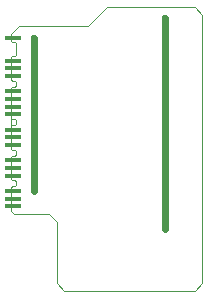
<source format=gbl>
G04 EAGLE Gerber X2 export*
G75*
%MOMM*%
%FSLAX34Y34*%
%LPD*%
%AMOC8*
5,1,8,0,0,1.08239X$1,22.5*%
G01*
%ADD10C,0.000000*%
%ADD11R,1.350000X0.450000*%
%ADD12C,0.400000*%
%ADD13C,0.550000*%
%ADD14C,0.450000*%
%ADD15C,0.609600*%


D10*
X0Y-36000D02*
X3000Y-39000D01*
X32500Y-39000D01*
X39000Y-45500D01*
X39000Y-97500D01*
X45500Y-104000D01*
X156000Y-104000D01*
X162500Y-97500D01*
X162500Y130000D01*
X156000Y136500D01*
X81500Y136500D01*
X65500Y120500D01*
X7000Y120500D01*
X0Y113500D01*
X0Y107500D01*
X0Y94000D02*
X0Y75000D01*
X1000Y74000D01*
X4000Y74000D01*
X5000Y73000D01*
X5000Y70000D02*
X4000Y69000D01*
X1000Y69000D01*
X0Y68000D01*
X5000Y70000D02*
X5000Y73000D01*
X0Y68000D02*
X0Y42500D01*
X1000Y41500D01*
X4000Y41500D01*
X5000Y40500D01*
X5000Y37500D02*
X4000Y36500D01*
X1000Y36500D01*
X0Y35500D01*
X5000Y37500D02*
X5000Y40500D01*
X0Y42000D02*
X0Y35500D01*
X0Y16500D02*
X1000Y15500D01*
X4000Y15500D01*
X5000Y14500D01*
X5000Y11500D02*
X4000Y10500D01*
X1000Y10500D01*
X0Y9500D01*
X5000Y11500D02*
X5000Y14500D01*
X0Y-16500D02*
X0Y-36000D01*
X0Y-9500D02*
X0Y9500D01*
X0Y16500D02*
X0Y35500D01*
X0Y-9500D02*
X1000Y-10500D01*
X4000Y-10500D02*
X5000Y-11500D01*
X4000Y-10500D02*
X1000Y-10500D01*
X5000Y-11500D02*
X5000Y-14500D01*
X4000Y-15500D01*
X1000Y-15500D01*
X0Y-16500D01*
X1000Y106500D02*
X0Y107500D01*
X1000Y106500D02*
X4000Y106500D01*
X5000Y105500D01*
X5000Y96000D01*
X4000Y95000D01*
X1000Y95000D01*
X0Y94000D01*
D11*
X2000Y91000D03*
X2000Y84500D03*
X2000Y78000D03*
X2000Y65000D03*
X2000Y58500D03*
X2000Y52000D03*
X2000Y45500D03*
X2000Y32500D03*
X2000Y26000D03*
X2000Y19500D03*
X2000Y6500D03*
X2000Y0D03*
X2000Y-6500D03*
X2000Y-19500D03*
X2000Y-26000D03*
X2000Y-32500D03*
X2000Y110500D03*
D12*
X6500Y0D03*
X6500Y32500D03*
D13*
X19500Y32500D03*
D14*
X0Y110500D03*
X0Y65000D03*
X0Y32500D03*
D13*
X19500Y6500D03*
D12*
X6500Y6500D03*
D14*
X0Y6500D03*
D12*
X6500Y-19500D03*
D14*
X0Y-19500D03*
D12*
X6500Y65000D03*
X6500Y110500D03*
D13*
X19500Y-19500D03*
X19500Y110500D03*
D15*
X19500Y-19500D01*
D13*
X19500Y65000D03*
D15*
X130500Y127000D02*
X130500Y-51500D01*
D13*
X130500Y127000D03*
X130500Y0D03*
X130500Y-51000D03*
X130500Y19000D03*
X130500Y82500D03*
X130500Y-19500D03*
D12*
X6500Y19500D03*
X6500Y26000D03*
X6500Y45500D03*
X6500Y52000D03*
X6500Y58500D03*
X6500Y84500D03*
X6500Y78000D03*
X6500Y91000D03*
D14*
X0Y0D03*
X0Y19500D03*
X0Y26000D03*
X0Y45500D03*
X0Y52000D03*
X0Y58500D03*
X0Y84500D03*
X0Y78000D03*
X0Y91000D03*
D12*
X6500Y-6500D03*
D14*
X0Y-6500D03*
D12*
X6500Y-32500D03*
D14*
X0Y-32500D03*
X0Y-26000D03*
D12*
X6500Y-26000D03*
M02*

</source>
